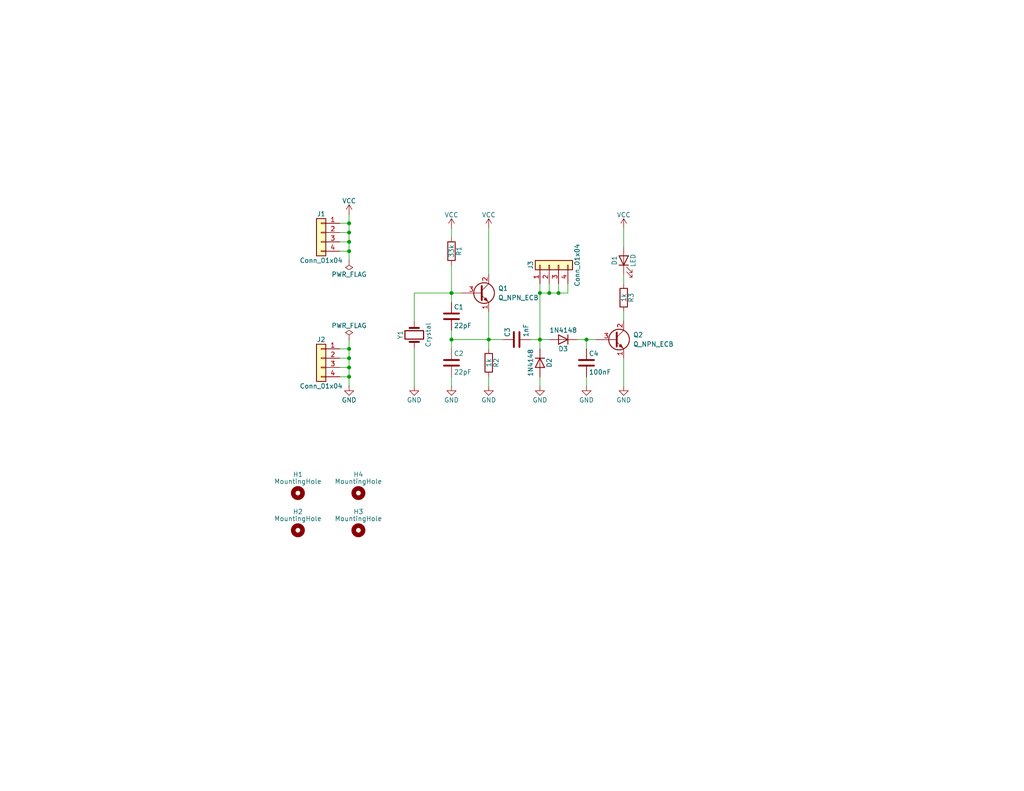
<source format=kicad_sch>
(kicad_sch (version 20231120) (generator "eeschema") (generator_version "8.0")
  (paper "A")
  (title_block (title "Crystal Test Circuit") (date "2024-04-13") (company "Perry Leumas") (comment 1 "Based on design by IMSAI Guy") (comment 2 "    https://www.youtube.com/watch?v=s7rcZAto1BU"))
  (lib_symbols
    (symbol "Connector_Generic:Conn_01x04" (pin_names (offset 1.016) hide)
      (property "Reference" "J" (at 0 5.08 0))
      (property "Value" "Conn_01x04" (at 0 -7.62 0))
      (symbol "Conn_01x04_1_1"
        (rectangle (start -1.27 -4.953) (end 0 -5.207) (stroke (width 0.1524)))
        (rectangle (start -1.27 -2.413) (end 0 -2.667) (stroke (width 0.1524)))
        (rectangle (start -1.27 0.127) (end 0 -0.127) (stroke (width 0.1524)))
        (rectangle (start -1.27 2.667) (end 0 2.413) (stroke (width 0.1524)))
        (rectangle (start -1.27 3.81) (end 1.27 -6.35) (stroke (width 0.254)) (fill (type background)))
        (pin passive line (at -5.08 2.54 0) (length 3.81) (name "Pin_1") (number "1"))
        (pin passive line (at -5.08 0 0) (length 3.81) (name "Pin_2") (number "2"))
        (pin passive line (at -5.08 -2.54 0) (length 3.81) (name "Pin_3") (number "3"))
        (pin passive line (at -5.08 -5.08 0) (length 3.81) (name "Pin_4") (number "4"))
      )
    )
    (symbol "Device:C" (pin_numbers hide) (pin_names (offset 0.254))
      (property "Reference" "C" (at 0.635 2.54 0))
      (property "Value" "C" (at 0.635 -2.54 0))
      (symbol "C_0_1"
        (polyline (pts (xy -2.032 -0.762) (xy 2.032 -0.762)) (stroke (width 0.508)))
        (polyline (pts (xy -2.032 0.762) (xy 2.032 0.762)) (stroke (width 0.508)))
      )
      (symbol "C_1_1"
        (pin passive line (at 0 3.81 270) (length 2.794) (name "~") (number "1"))
        (pin passive line (at 0 -3.81 90) (length 2.794) (name "~") (number "2"))
      )
    )
    (symbol "Device:Crystal" (pin_numbers hide) (pin_names (offset 1.016) hide)
      (property "Reference" "Y" (at 0 3.81 0))
      (property "Value" "Crystal" (at 0 -3.81 0))
      (symbol "Crystal_0_1"
        (rectangle (start -1.143 2.54) (end 1.143 -2.54) (stroke (width 0.3048)))
        (polyline (pts (xy -2.54 0) (xy -1.905 0)))
        (polyline (pts (xy -1.905 -1.27) (xy -1.905 1.27)) (stroke (width 0.508)))
        (polyline (pts (xy 1.905 -1.27) (xy 1.905 1.27)) (stroke (width 0.508)))
        (polyline (pts (xy 2.54 0) (xy 1.905 0)))
      )
      (symbol "Crystal_1_1"
        (pin passive line (at -3.81 0 0) (length 1.27) (name "1") (number "1"))
        (pin passive line (at 3.81 0 180) (length 1.27) (name "2") (number "2"))
      )
    )
    (symbol "Device:LED" (pin_numbers hide) (pin_names (offset 1.016) hide)
      (property "Reference" "D" (at 0 2.54 0))
      (property "Value" "LED" (at 0 -2.54 0))
      (symbol "LED_0_1"
        (polyline (pts (xy -1.27 -1.27) (xy -1.27 1.27)) (stroke (width 0.254)))
        (polyline (pts (xy -1.27 0) (xy 1.27 0)))
        (polyline (pts (xy 1.27 -1.27) (xy 1.27 1.27) (xy -1.27 0) (xy 1.27 -1.27)) (stroke (width 0.254)))
        (polyline (pts (xy -3.048 -0.762) (xy -4.572 -2.286) (xy -3.81 -2.286) (xy -4.572 -2.286) (xy -4.572 -1.524)))
        (polyline (pts (xy -1.778 -0.762) (xy -3.302 -2.286) (xy -2.54 -2.286) (xy -3.302 -2.286) (xy -3.302 -1.524)))
      )
      (symbol "LED_1_1"
        (pin passive line (at -3.81 0 0) (length 2.54) (name "K") (number "1"))
        (pin passive line (at 3.81 0 180) (length 2.54) (name "A") (number "2"))
      )
    )
    (symbol "Device:Q_NPN_ECB" (pin_names (offset 0) hide)
      (property "Reference" "Q" (at 5.08 1.27 0))
      (property "Value" "Q_NPN_ECB" (at 5.08 -1.27 0))
      (symbol "Q_NPN_ECB_0_1"
        (polyline (pts (xy 0.635 0.635) (xy 2.54 2.54)))
        (polyline (pts (xy 0.635 -0.635) (xy 2.54 -2.54) (xy 2.54 -2.54)))
        (polyline (pts (xy 0.635 1.905) (xy 0.635 -1.905) (xy 0.635 -1.905)) (stroke (width 0.508)))
        (polyline (pts (xy 1.27 -1.778) (xy 1.778 -1.27) (xy 2.286 -2.286) (xy 1.27 -1.778) (xy 1.27 -1.778)) (fill (type outline)))
        (circle (center 1.27 0) (radius 2.8194) (stroke (width 0.254)))
      )
      (symbol "Q_NPN_ECB_1_1"
        (pin passive line (at 2.54 -5.08 90) (length 2.54) (name "E") (number "1"))
        (pin passive line (at 2.54 5.08 270) (length 2.54) (name "C") (number "2"))
        (pin passive line (at -5.08 0 0) (length 5.715) (name "B") (number "3"))
      )
    )
    (symbol "Device:R" (pin_numbers hide) (pin_names (offset 0))
      (property "Reference" "R" (at 2.032 0 90))
      (property "Value" "R" (at 0 0 90))
      (symbol "R_0_1"
        (rectangle (start -1.016 -2.54) (end 1.016 2.54) (stroke (width 0.254)))
      )
      (symbol "R_1_1"
        (pin passive line (at 0 3.81 270) (length 1.27) (name "~") (number "1"))
        (pin passive line (at 0 -3.81 90) (length 1.27) (name "~") (number "2"))
      )
    )
    (symbol "Diode:1N4148" (pin_numbers hide) (pin_names hide)
      (property "Reference" "D" (at 0 2.54 0))
      (property "Value" "1N4148" (at 0 -2.54 0))
      (symbol "1N4148_0_1"
        (polyline (pts (xy -1.27 1.27) (xy -1.27 -1.27)) (stroke (width 0.254)))
        (polyline (pts (xy 1.27 0) (xy -1.27 0)))
        (polyline (pts (xy 1.27 1.27) (xy 1.27 -1.27) (xy -1.27 0) (xy 1.27 1.27)) (stroke (width 0.254)))
      )
      (symbol "1N4148_1_1"
        (pin passive line (at -3.81 0 0) (length 2.54) (name "K") (number "1"))
        (pin passive line (at 3.81 0 180) (length 2.54) (name "A") (number "2"))
      )
    )
    (symbol "Mechanical:MountingHole" (pin_names (offset 1.016)) (exclude_from_sim yes) (in_bom no)
      (property "Reference" "H" (at 0 5.08 0))
      (property "Value" "MountingHole" (at 0 3.175 0))
      (symbol "MountingHole_0_1"
        (circle (center 0 0) (radius 1.27) (stroke (width 1.27)))
      )
    )
    (symbol "power:GND" (power) (pin_numbers hide) (pin_names (offset 0) hide)
      (property "Value" "GND" (at 0 -3.81 0))
      (symbol "GND_0_1"
        (polyline (pts (xy 0 0) (xy 0 -1.27) (xy 1.27 -1.27) (xy 0 -2.54) (xy -1.27 -1.27) (xy 0 -1.27)))
      )
      (symbol "GND_1_1"
        (pin power_in line (at 0 0 270) (length 0) (name "~") (number "1"))
      )
    )
    (symbol "power:PWR_FLAG" (power) (pin_numbers hide) (pin_names (offset 0) hide)
      (property "Value" "PWR_FLAG" (at 0 3.81 0))
      (symbol "PWR_FLAG_0_0"
        (pin power_out line (at 0 0 90) (length 0) (name "~") (number "1"))
      )
      (symbol "PWR_FLAG_0_1"
        (polyline (pts (xy 0 0) (xy 0 1.27) (xy -1.016 1.905) (xy 0 2.54) (xy 1.016 1.905) (xy 0 1.27)))
      )
    )
    (symbol "power:VCC" (power) (pin_numbers hide) (pin_names (offset 0) hide)
      (property "Value" "VCC" (at 0 3.556 0))
      (symbol "VCC_0_1"
        (polyline (pts (xy -0.762 1.27) (xy 0 2.54)))
        (polyline (pts (xy 0 0) (xy 0 2.54)))
        (polyline (pts (xy 0 2.54) (xy 0.762 1.27)))
      )
      (symbol "VCC_1_1"
        (pin power_in line (at 0 0 90) (length 0) (name "~") (number "1"))
      )
    )
  )
  (junction (at 95.25 63.5))
  (junction (at 95.25 95.25))
  (junction (at 149.86 80.01))
  (junction (at 95.25 97.79))
  (junction (at 123.19 80.01))
  (junction (at 123.19 92.71))
  (junction (at 147.32 80.01))
  (junction (at 147.32 92.71))
  (junction (at 152.4 80.01))
  (junction (at 95.25 100.33))
  (junction (at 95.25 66.04))
  (junction (at 133.35 92.71))
  (junction (at 95.25 102.87))
  (junction (at 95.25 68.58))
  (junction (at 95.25 60.96))
  (junction (at 160.02 92.71))
  (wire (pts (xy 170.18 97.79) (xy 170.18 105.41)))
  (wire (pts (xy 152.4 77.47) (xy 152.4 80.01)))
  (wire (pts (xy 123.19 102.87) (xy 123.19 105.41)))
  (wire (pts (xy 123.19 92.71) (xy 123.19 95.25)))
  (wire (pts (xy 95.25 102.87) (xy 95.25 100.33)))
  (wire (pts (xy 123.19 90.17) (xy 123.19 92.71)))
  (wire (pts (xy 113.03 87.63) (xy 113.03 80.01)))
  (wire (pts (xy 95.25 60.96) (xy 95.25 63.5)))
  (wire (pts (xy 95.25 92.71) (xy 95.25 95.25)))
  (wire (pts (xy 95.25 68.58) (xy 95.25 71.12)))
  (wire (pts (xy 160.02 102.87) (xy 160.02 105.41)))
  (wire (pts (xy 160.02 92.71) (xy 160.02 95.25)))
  (wire (pts (xy 154.94 77.47) (xy 154.94 80.01)))
  (wire (pts (xy 95.25 97.79) (xy 95.25 95.25)))
  (wire (pts (xy 170.18 85.09) (xy 170.18 87.63)))
  (wire (pts (xy 160.02 92.71) (xy 162.56 92.71)))
  (wire (pts (xy 133.35 92.71) (xy 123.19 92.71)))
  (wire (pts (xy 92.71 66.04) (xy 95.25 66.04)))
  (wire (pts (xy 147.32 80.01) (xy 147.32 92.71)))
  (wire (pts (xy 95.25 63.5) (xy 95.25 66.04)))
  (wire (pts (xy 170.18 62.23) (xy 170.18 67.31)))
  (wire (pts (xy 133.35 92.71) (xy 137.16 92.71)))
  (wire (pts (xy 113.03 80.01) (xy 123.19 80.01)))
  (wire (pts (xy 95.25 58.42) (xy 95.25 60.96)))
  (wire (pts (xy 147.32 80.01) (xy 149.86 80.01)))
  (wire (pts (xy 92.71 97.79) (xy 95.25 97.79)))
  (wire (pts (xy 152.4 80.01) (xy 154.94 80.01)))
  (wire (pts (xy 133.35 85.09) (xy 133.35 92.71)))
  (wire (pts (xy 113.03 95.25) (xy 113.03 105.41)))
  (wire (pts (xy 95.25 95.25) (xy 92.71 95.25)))
  (wire (pts (xy 133.35 62.23) (xy 133.35 74.93)))
  (wire (pts (xy 95.25 68.58) (xy 92.71 68.58)))
  (wire (pts (xy 123.19 72.39) (xy 123.19 80.01)))
  (wire (pts (xy 170.18 74.93) (xy 170.18 77.47)))
  (wire (pts (xy 92.71 60.96) (xy 95.25 60.96)))
  (wire (pts (xy 92.71 63.5) (xy 95.25 63.5)))
  (wire (pts (xy 95.25 66.04) (xy 95.25 68.58)))
  (wire (pts (xy 133.35 92.71) (xy 133.35 95.25)))
  (wire (pts (xy 123.19 80.01) (xy 125.73 80.01)))
  (wire (pts (xy 92.71 100.33) (xy 95.25 100.33)))
  (wire (pts (xy 95.25 100.33) (xy 95.25 97.79)))
  (wire (pts (xy 95.25 105.41) (xy 95.25 102.87)))
  (wire (pts (xy 147.32 92.71) (xy 149.86 92.71)))
  (wire (pts (xy 123.19 82.55) (xy 123.19 80.01)))
  (wire (pts (xy 147.32 102.87) (xy 147.32 105.41)))
  (wire (pts (xy 123.19 62.23) (xy 123.19 64.77)))
  (wire (pts (xy 157.48 92.71) (xy 160.02 92.71)))
  (wire (pts (xy 147.32 95.25) (xy 147.32 92.71)))
  (wire (pts (xy 92.71 102.87) (xy 95.25 102.87)))
  (wire (pts (xy 149.86 77.47) (xy 149.86 80.01)))
  (wire (pts (xy 133.35 102.87) (xy 133.35 105.41)))
  (wire (pts (xy 147.32 92.71) (xy 144.78 92.71)))
  (wire (pts (xy 149.86 80.01) (xy 152.4 80.01)))
  (wire (pts (xy 147.32 77.47) (xy 147.32 80.01)))
  (symbol (lib_id "Device:Crystal") (at 113.03 91.44 90) (unit 1)
    (property "Reference" "Y1" (at 109.22 91.44 0))
    (property "Value" "Crystal" (at 116.84 91.44 0))
    (property "Footprint" "Crystal:Crystal_HC18-U_Vertical" (effects (hide yes)))
    (property "Description" "Two pin crystal" (effects (hide yes)))
  )
  (symbol (lib_id "Device:R") (at 123.19 68.58 0) (unit 1)
    (property "Reference" "R1" (at 125.222 68.58 90))
    (property "Value" "33k" (at 123.19 68.58 90))
    (property "Footprint" "Resistor_THT:R_Axial_DIN0207_L6.3mm_D2.5mm_P10.16mm_Horizontal" (effects (hide yes)))
    (property "Description" "Resistor" (effects (hide yes)))
  )
  (symbol (lib_id "power:GND") (at 123.19 105.41 0) (unit 1)
    (property "Reference" "#PWR02" (effects (hide yes)))
    (property "Value" "GND" (at 123.19 109.22 0))
    (property "Description" "Power symbol creates a global label with name \"GND\" , ground" (effects (hide yes)))
  )
  (symbol (lib_id "Mechanical:MountingHole") (at 97.79 134.62 0) (unit 1) (exclude_from_sim yes) (in_bom no)
    (property "Reference" "H4" (at 97.79 129.54 0))
    (property "Value" "MountingHole" (at 97.79 131.445 0))
    (property "Footprint" "MountingHole:MountingHole_3.2mm_M3" (effects (hide yes)))
    (property "Description" "Mounting Hole without connection" (effects (hide yes)))
  )
  (symbol (lib_id "Device:Q_NPN_ECB") (at 130.81 80.01 0) (unit 1)
    (property "Reference" "Q1" (at 135.89 78.74 0) (effects (justify left)))
    (property "Value" "Q_NPN_ECB" (at 135.89 81.28 0) (effects (justify left)))
    (property "Footprint" "Package_TO_SOT_THT:TO-92_Inline_Wide" (effects (hide yes)))
    (property "Description" "NPN transistor, emitter/collector/base" (effects (hide yes)))
  )
  (symbol (lib_id "power:PWR_FLAG") (at 95.25 92.71 0) (unit 1)
    (property "Reference" "#FLG01" (effects (hide yes)))
    (property "Value" "PWR_FLAG" (at 95.25 88.9 0))
    (property "Description" "Special symbol for telling ERC where power comes from" (effects (hide yes)))
  )
  (symbol (lib_id "Mechanical:MountingHole") (at 81.28 144.78 0) (unit 1) (exclude_from_sim yes) (in_bom no)
    (property "Reference" "H2" (at 81.28 139.7 0))
    (property "Value" "MountingHole" (at 81.28 141.605 0))
    (property "Footprint" "MountingHole:MountingHole_3.2mm_M3" (effects (hide yes)))
    (property "Description" "Mounting Hole without connection" (effects (hide yes)))
  )
  (symbol (lib_id "power:GND") (at 160.02 105.41 0) (unit 1)
    (property "Reference" "#PWR09" (effects (hide yes)))
    (property "Value" "GND" (at 160.02 109.22 0))
    (property "Description" "Power symbol creates a global label with name \"GND\" , ground" (effects (hide yes)))
  )
  (symbol (lib_id "Device:Q_NPN_ECB") (at 167.64 92.71 0) (unit 1)
    (property "Reference" "Q2" (at 172.72 91.44 0) (effects (justify left)))
    (property "Value" "Q_NPN_ECB" (at 172.72 93.98 0) (effects (justify left)))
    (property "Footprint" "Package_TO_SOT_THT:TO-92_Inline_Wide" (effects (hide yes)))
    (property "Description" "NPN transistor, emitter/collector/base" (effects (hide yes)))
  )
  (symbol (lib_id "power:GND") (at 147.32 105.41 0) (unit 1)
    (property "Reference" "#PWR08" (effects (hide yes)))
    (property "Value" "GND" (at 147.32 109.22 0))
    (property "Description" "Power symbol creates a global label with name \"GND\" , ground" (effects (hide yes)))
  )
  (symbol (lib_id "Diode:1N4148") (at 153.67 92.71 180) (unit 1)
    (property "Reference" "D3" (at 153.67 95.25 0))
    (property "Value" "1N4148" (at 153.67 90.17 0))
    (property "Footprint" "Diode_THT:D_DO-35_SOD27_P7.62mm_Horizontal" (effects (hide yes)))
    (property "Datasheet" "https://assets.nexperia.com/documents/data-sheet/1N4148_1N4448.pdf" (effects (hide yes)))
    (property "Description" "100V 0.15A standard switching diode, DO-35" (effects (hide yes)))
    (property "Sim.Device" "D" (effects (hide yes)))
    (property "Sim.Pins" "1=K 2=A" (effects (hide yes)))
  )
  (symbol (lib_id "Mechanical:MountingHole") (at 81.28 134.62 0) (unit 1) (exclude_from_sim yes) (in_bom no)
    (property "Reference" "H1" (at 81.28 129.54 0))
    (property "Value" "MountingHole" (at 81.28 131.445 0))
    (property "Footprint" "MountingHole:MountingHole_3.2mm_M3" (effects (hide yes)))
    (property "Description" "Mounting Hole without connection" (effects (hide yes)))
  )
  (symbol (lib_id "Diode:1N4148") (at 147.32 99.06 270) (unit 1)
    (property "Reference" "D2" (at 149.86 99.06 0))
    (property "Value" "1N4148" (at 144.78 99.06 0))
    (property "Footprint" "Diode_THT:D_DO-35_SOD27_P7.62mm_Horizontal" (effects (hide yes)))
    (property "Datasheet" "https://assets.nexperia.com/documents/data-sheet/1N4148_1N4448.pdf" (effects (hide yes)))
    (property "Description" "100V 0.15A standard switching diode, DO-35" (effects (hide yes)))
    (property "Sim.Device" "D" (effects (hide yes)))
    (property "Sim.Pins" "1=K 2=A" (effects (hide yes)))
  )
  (symbol (lib_id "Mechanical:MountingHole") (at 97.79 144.78 0) (unit 1) (exclude_from_sim yes) (in_bom no)
    (property "Reference" "H3" (at 97.79 139.7 0))
    (property "Value" "MountingHole" (at 97.79 141.605 0))
    (property "Footprint" "MountingHole:MountingHole_3.2mm_M3" (effects (hide yes)))
    (property "Description" "Mounting Hole without connection" (effects (hide yes)))
  )
  (symbol (lib_id "Device:R") (at 170.18 81.28 0) (unit 1)
    (property "Reference" "R3" (at 172.212 81.28 90))
    (property "Value" "1k" (at 170.18 81.28 90))
    (property "Footprint" "Resistor_THT:R_Axial_DIN0207_L6.3mm_D2.5mm_P10.16mm_Horizontal" (effects (hide yes)))
    (property "Description" "Resistor" (effects (hide yes)))
  )
  (symbol (lib_id "Device:LED") (at 170.18 71.12 90) (unit 1)
    (property "Reference" "D1" (at 167.64 71.12 0))
    (property "Value" "LED" (at 172.72 71.12 0))
    (property "Footprint" "LED_THT:LED_D3.0mm" (effects (hide yes)))
    (property "Description" "Light emitting diode" (effects (hide yes)))
  )
  (symbol (lib_id "power:VCC") (at 95.25 58.42 0) (unit 1)
    (property "Reference" "#PWR05" (effects (hide yes)))
    (property "Value" "VCC" (at 95.25 54.864 0))
    (property "Description" "Power symbol creates a global label with name \"VCC\"" (effects (hide yes)))
  )
  (symbol (lib_id "power:VCC") (at 170.18 62.23 0) (unit 1)
    (property "Reference" "#PWR011" (effects (hide yes)))
    (property "Value" "VCC" (at 170.18 58.674 0))
    (property "Description" "Power symbol creates a global label with name \"VCC\"" (effects (hide yes)))
  )
  (symbol (lib_id "power:GND") (at 133.35 105.41 0) (unit 1)
    (property "Reference" "#PWR04" (effects (hide yes)))
    (property "Value" "GND" (at 133.35 109.22 0))
    (property "Description" "Power symbol creates a global label with name \"GND\" , ground" (effects (hide yes)))
  )
  (symbol (lib_id "Connector_Generic:Conn_01x04") (at 149.86 72.39 90) (unit 1)
    (property "Reference" "J3" (at 144.78 72.39 0))
    (property "Value" "Conn_01x04" (at 157.48 72.39 0))
    (property "Footprint" "Connector_PinHeader_2.54mm:PinHeader_1x04_P2.54mm_Vertical" (effects (hide yes)))
    (property "Description" "Generic connector, single row, 01x04, script generated (kicad-library-utils/schlib/autogen/connector/)" (effects (hide yes)))
  )
  (symbol (lib_id "Connector_Generic:Conn_01x04") (at 87.63 97.79 0) (mirror y) (unit 1)
    (property "Reference" "J2" (at 87.63 92.71 0))
    (property "Value" "Conn_01x04" (at 87.63 105.41 0))
    (property "Footprint" "Connector_PinHeader_2.54mm:PinHeader_1x04_P2.54mm_Vertical" (effects (hide yes)))
    (property "Description" "Generic connector, single row, 01x04, script generated (kicad-library-utils/schlib/autogen/connector/)" (effects (hide yes)))
  )
  (symbol (lib_id "power:GND") (at 170.18 105.41 0) (unit 1)
    (property "Reference" "#PWR010" (effects (hide yes)))
    (property "Value" "GND" (at 170.18 109.22 0))
    (property "Description" "Power symbol creates a global label with name \"GND\" , ground" (effects (hide yes)))
  )
  (symbol (lib_id "Device:C") (at 160.02 99.06 0) (unit 1)
    (property "Reference" "C4" (at 160.655 96.52 0) (effects (justify left)))
    (property "Value" "100nF" (at 160.655 101.6 0) (effects (justify left)))
    (property "Footprint" "Capacitor_THT:C_Axial_L3.8mm_D2.6mm_P7.50mm_Horizontal" (effects (hide yes)))
    (property "Description" "Unpolarized capacitor" (effects (hide yes)))
  )
  (symbol (lib_id "power:GND") (at 95.25 105.41 0) (unit 1)
    (property "Reference" "#PWR01" (effects (hide yes)))
    (property "Value" "GND" (at 95.25 109.22 0))
    (property "Description" "Power symbol creates a global label with name \"GND\" , ground" (effects (hide yes)))
  )
  (symbol (lib_id "power:VCC") (at 133.35 62.23 0) (unit 1)
    (property "Reference" "#PWR07" (effects (hide yes)))
    (property "Value" "VCC" (at 133.35 58.674 0))
    (property "Description" "Power symbol creates a global label with name \"VCC\"" (effects (hide yes)))
  )
  (symbol (lib_id "Device:R") (at 133.35 99.06 0) (unit 1)
    (property "Reference" "R2" (at 135.382 99.06 90))
    (property "Value" "1k" (at 133.35 99.06 90))
    (property "Footprint" "Resistor_THT:R_Axial_DIN0207_L6.3mm_D2.5mm_P10.16mm_Horizontal" (effects (hide yes)))
    (property "Description" "Resistor" (effects (hide yes)))
  )
  (symbol (lib_id "power:VCC") (at 123.19 62.23 0) (unit 1)
    (property "Reference" "#PWR06" (effects (hide yes)))
    (property "Value" "VCC" (at 123.19 58.674 0))
    (property "Description" "Power symbol creates a global label with name \"VCC\"" (effects (hide yes)))
  )
  (symbol (lib_id "power:PWR_FLAG") (at 95.25 71.12 180) (unit 1)
    (property "Reference" "#FLG02" (effects (hide yes)))
    (property "Value" "PWR_FLAG" (at 95.25 74.93 0))
    (property "Description" "Special symbol for telling ERC where power comes from" (effects (hide yes)))
  )
  (symbol (lib_id "Connector_Generic:Conn_01x04") (at 87.63 63.5 0) (mirror y) (unit 1)
    (property "Reference" "J1" (at 87.63 58.42 0))
    (property "Value" "Conn_01x04" (at 87.63 71.12 0))
    (property "Footprint" "Connector_PinHeader_2.54mm:PinHeader_1x04_P2.54mm_Vertical" (effects (hide yes)))
    (property "Description" "Generic connector, single row, 01x04, script generated (kicad-library-utils/schlib/autogen/connector/)" (effects (hide yes)))
  )
  (symbol (lib_id "Device:C") (at 140.97 92.71 90) (unit 1)
    (property "Reference" "C3" (at 138.43 92.075 0) (effects (justify left)))
    (property "Value" "1nF" (at 143.51 92.075 0) (effects (justify left)))
    (property "Footprint" "Capacitor_THT:C_Rect_L7.0mm_W2.5mm_P5.00mm" (effects (hide yes)))
    (property "Description" "Unpolarized capacitor" (effects (hide yes)))
  )
  (symbol (lib_id "power:GND") (at 113.03 105.41 0) (unit 1)
    (property "Reference" "#PWR03" (effects (hide yes)))
    (property "Value" "GND" (at 113.03 109.22 0))
    (property "Description" "Power symbol creates a global label with name \"GND\" , ground" (effects (hide yes)))
  )
  (symbol (lib_id "Device:C") (at 123.19 99.06 0) (unit 1)
    (property "Reference" "C2" (at 123.825 96.52 0) (effects (justify left)))
    (property "Value" "22pF" (at 123.825 101.6 0) (effects (justify left)))
    (property "Footprint" "Capacitor_THT:C_Disc_D4.3mm_W1.9mm_P5.00mm" (effects (hide yes)))
    (property "Description" "Unpolarized capacitor" (effects (hide yes)))
  )
  (symbol (lib_id "Device:C") (at 123.19 86.36 0) (unit 1)
    (property "Reference" "C1" (at 123.825 83.82 0) (effects (justify left)))
    (property "Value" "22pF" (at 123.825 88.9 0) (effects (justify left)))
    (property "Footprint" "Capacitor_THT:C_Disc_D4.3mm_W1.9mm_P5.00mm" (effects (hide yes)))
    (property "Description" "Unpolarized capacitor" (effects (hide yes)))
  )
)
</source>
